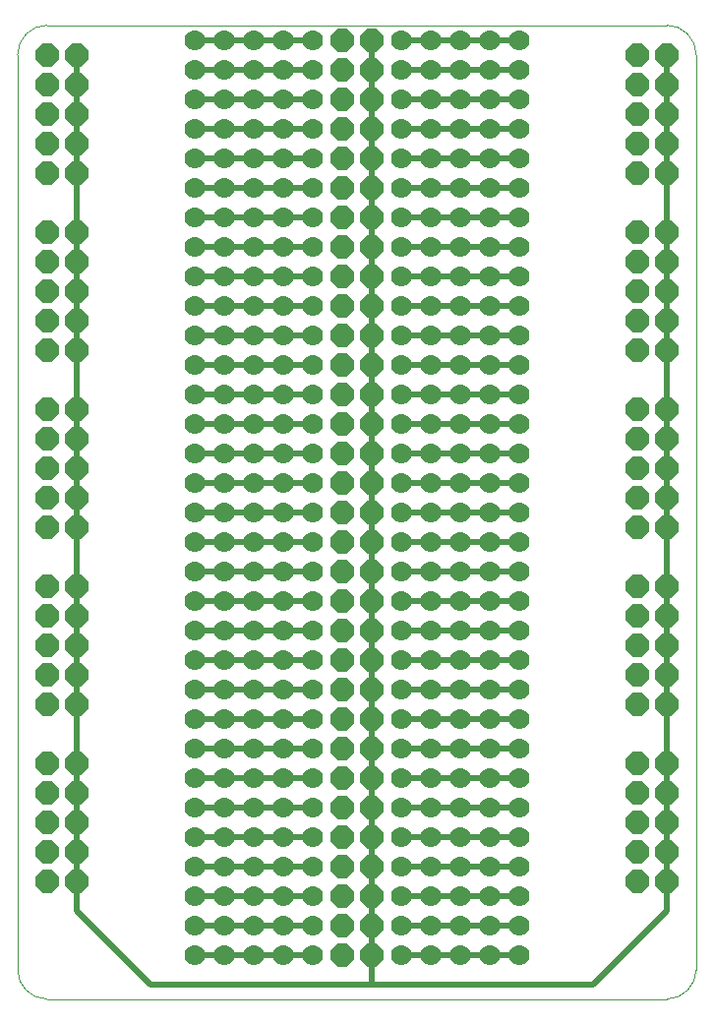
<source format=gbr>
%TF.GenerationSoftware,KiCad,Pcbnew,9.0.2-9.0.2-0~ubuntu24.04.1*%
%TF.CreationDate,2025-06-09T17:33:14+05:30*%
%TF.ProjectId,pronto,70726f6e-746f-42e6-9b69-6361645f7063,rev1*%
%TF.SameCoordinates,Original*%
%TF.FileFunction,Copper,L2,Bot*%
%TF.FilePolarity,Positive*%
%FSLAX46Y46*%
G04 Gerber Fmt 4.6, Leading zero omitted, Abs format (unit mm)*
G04 Created by KiCad (PCBNEW 9.0.2-9.0.2-0~ubuntu24.04.1) date 2025-06-09 17:33:14*
%MOMM*%
%LPD*%
G01*
G04 APERTURE LIST*
G04 Aperture macros list*
%AMOutline5P*
0 Free polygon, 5 corners , with rotation*
0 The origin of the aperture is its center*
0 number of corners: always 5*
0 $1 to $10 corner X, Y*
0 $11 Rotation angle, in degrees counterclockwise*
0 create outline with 5 corners*
4,1,5,$1,$2,$3,$4,$5,$6,$7,$8,$9,$10,$1,$2,$11*%
%AMOutline6P*
0 Free polygon, 6 corners , with rotation*
0 The origin of the aperture is its center*
0 number of corners: always 6*
0 $1 to $12 corner X, Y*
0 $13 Rotation angle, in degrees counterclockwise*
0 create outline with 6 corners*
4,1,6,$1,$2,$3,$4,$5,$6,$7,$8,$9,$10,$11,$12,$1,$2,$13*%
%AMOutline7P*
0 Free polygon, 7 corners , with rotation*
0 The origin of the aperture is its center*
0 number of corners: always 7*
0 $1 to $14 corner X, Y*
0 $15 Rotation angle, in degrees counterclockwise*
0 create outline with 7 corners*
4,1,7,$1,$2,$3,$4,$5,$6,$7,$8,$9,$10,$11,$12,$13,$14,$1,$2,$15*%
%AMOutline8P*
0 Free polygon, 8 corners , with rotation*
0 The origin of the aperture is its center*
0 number of corners: always 8*
0 $1 to $16 corner X, Y*
0 $17 Rotation angle, in degrees counterclockwise*
0 create outline with 8 corners*
4,1,8,$1,$2,$3,$4,$5,$6,$7,$8,$9,$10,$11,$12,$13,$14,$15,$16,$1,$2,$17*%
G04 Aperture macros list end*
%TA.AperFunction,ComponentPad*%
%ADD10C,1.778000*%
%TD*%
%TA.AperFunction,ComponentPad*%
%ADD11Outline8P,-1.016000X0.406400X-0.406400X1.016000X0.406400X1.016000X1.016000X0.406400X1.016000X-0.406400X0.406400X-1.016000X-0.406400X-1.016000X-1.016000X-0.406400X0.000000*%
%TD*%
%TA.AperFunction,ComponentPad*%
%ADD12Outline8P,-1.016000X0.406400X-0.406400X1.016000X0.406400X1.016000X1.016000X0.406400X1.016000X-0.406400X0.406400X-1.016000X-0.406400X-1.016000X-1.016000X-0.406400X180.000000*%
%TD*%
%TA.AperFunction,Conductor*%
%ADD13C,0.508000*%
%TD*%
%TA.AperFunction,Profile*%
%ADD14C,0.100000*%
%TD*%
G04 APERTURE END LIST*
D10*
%TO.P,1pin,1*%
%TO.N,N/C*%
X114300000Y-38100000D03*
%TD*%
%TO.P,1pin,1*%
%TO.N,N/C*%
X132080000Y-38100000D03*
%TD*%
%TO.P,1pin,1*%
%TO.N,N/C*%
X127000000Y-38100000D03*
%TD*%
%TO.P,1pin,1*%
%TO.N,N/C*%
X106680000Y-38100000D03*
%TD*%
%TO.P,1pin,1*%
%TO.N,N/C*%
X121920000Y-38100000D03*
%TD*%
%TO.P,1pin,1*%
%TO.N,N/C*%
X111760000Y-38100000D03*
%TD*%
%TO.P,1pin,1*%
%TO.N,N/C*%
X129540000Y-38100000D03*
%TD*%
%TO.P,1pin,1*%
%TO.N,N/C*%
X124460000Y-38100000D03*
%TD*%
%TO.P,1pin,1*%
%TO.N,N/C*%
X109220000Y-38100000D03*
%TD*%
%TO.P,1pin,1*%
%TO.N,N/C*%
X104140000Y-38100000D03*
%TD*%
%TO.P,1pin,1*%
%TO.N,N/C*%
X106680000Y-40640000D03*
%TD*%
%TO.P,1pin,1*%
%TO.N,N/C*%
X104140000Y-40640000D03*
%TD*%
%TO.P,1pin,1*%
%TO.N,N/C*%
X109220000Y-40640000D03*
%TD*%
%TO.P,1pin,1*%
%TO.N,N/C*%
X111760000Y-40640000D03*
%TD*%
%TO.P,1pin,1*%
%TO.N,N/C*%
X114300000Y-40640000D03*
%TD*%
%TO.P,1pin,1*%
%TO.N,N/C*%
X121920000Y-40640000D03*
%TD*%
%TO.P,1pin,1*%
%TO.N,N/C*%
X124460000Y-40640000D03*
%TD*%
%TO.P,1pin,1*%
%TO.N,N/C*%
X127000000Y-40640000D03*
%TD*%
%TO.P,1pin,1*%
%TO.N,N/C*%
X132080000Y-40640000D03*
%TD*%
%TO.P,1pin,1*%
%TO.N,N/C*%
X129540000Y-40640000D03*
%TD*%
%TO.P,1pin,1*%
%TO.N,N/C*%
X121920000Y-45720000D03*
%TD*%
%TO.P,1pin,1*%
%TO.N,N/C*%
X124460000Y-45720000D03*
%TD*%
%TO.P,1pin,1*%
%TO.N,N/C*%
X127000000Y-45720000D03*
%TD*%
%TO.P,1pin,1*%
%TO.N,N/C*%
X132080000Y-45720000D03*
%TD*%
%TO.P,1pin,1*%
%TO.N,N/C*%
X129540000Y-45720000D03*
%TD*%
%TO.P,1pin,1*%
%TO.N,N/C*%
X129540000Y-43180000D03*
%TD*%
%TO.P,1pin,1*%
%TO.N,N/C*%
X132080000Y-43180000D03*
%TD*%
%TO.P,1pin,1*%
%TO.N,N/C*%
X127000000Y-43180000D03*
%TD*%
%TO.P,1pin,1*%
%TO.N,N/C*%
X124460000Y-43180000D03*
%TD*%
%TO.P,1pin,1*%
%TO.N,N/C*%
X121920000Y-43180000D03*
%TD*%
%TO.P,1pin,1*%
%TO.N,N/C*%
X114300000Y-43180000D03*
%TD*%
%TO.P,1pin,1*%
%TO.N,N/C*%
X111760000Y-43180000D03*
%TD*%
%TO.P,1pin,1*%
%TO.N,N/C*%
X109220000Y-43180000D03*
%TD*%
%TO.P,1pin,1*%
%TO.N,N/C*%
X104140000Y-43180000D03*
%TD*%
%TO.P,1pin,1*%
%TO.N,N/C*%
X106680000Y-43180000D03*
%TD*%
%TO.P,1pin,1*%
%TO.N,N/C*%
X106680000Y-45720000D03*
%TD*%
%TO.P,1pin,1*%
%TO.N,N/C*%
X104140000Y-45720000D03*
%TD*%
%TO.P,1pin,1*%
%TO.N,N/C*%
X109220000Y-45720000D03*
%TD*%
%TO.P,1pin,1*%
%TO.N,N/C*%
X111760000Y-45720000D03*
%TD*%
%TO.P,1pin,1*%
%TO.N,N/C*%
X114300000Y-45720000D03*
%TD*%
%TO.P,1pin,1*%
%TO.N,N/C*%
X114300000Y-50800000D03*
%TD*%
%TO.P,1pin,1*%
%TO.N,N/C*%
X111760000Y-50800000D03*
%TD*%
%TO.P,1pin,1*%
%TO.N,N/C*%
X109220000Y-50800000D03*
%TD*%
%TO.P,1pin,1*%
%TO.N,N/C*%
X104140000Y-50800000D03*
%TD*%
%TO.P,1pin,1*%
%TO.N,N/C*%
X106680000Y-50800000D03*
%TD*%
%TO.P,1pin,1*%
%TO.N,N/C*%
X106680000Y-48260000D03*
%TD*%
%TO.P,1pin,1*%
%TO.N,N/C*%
X104140000Y-48260000D03*
%TD*%
%TO.P,1pin,1*%
%TO.N,N/C*%
X109220000Y-48260000D03*
%TD*%
%TO.P,1pin,1*%
%TO.N,N/C*%
X111760000Y-48260000D03*
%TD*%
%TO.P,1pin,1*%
%TO.N,N/C*%
X114300000Y-48260000D03*
%TD*%
%TO.P,1pin,1*%
%TO.N,N/C*%
X114300000Y-58420000D03*
%TD*%
%TO.P,1pin,1*%
%TO.N,N/C*%
X111760000Y-58420000D03*
%TD*%
%TO.P,1pin,1*%
%TO.N,N/C*%
X109220000Y-58420000D03*
%TD*%
%TO.P,1pin,1*%
%TO.N,N/C*%
X104140000Y-58420000D03*
%TD*%
%TO.P,1pin,1*%
%TO.N,N/C*%
X106680000Y-58420000D03*
%TD*%
%TO.P,1pin,1*%
%TO.N,N/C*%
X106680000Y-60960000D03*
%TD*%
%TO.P,1pin,1*%
%TO.N,N/C*%
X104140000Y-60960000D03*
%TD*%
%TO.P,1pin,1*%
%TO.N,N/C*%
X109220000Y-60960000D03*
%TD*%
%TO.P,1pin,1*%
%TO.N,N/C*%
X111760000Y-60960000D03*
%TD*%
%TO.P,1pin,1*%
%TO.N,N/C*%
X114300000Y-60960000D03*
%TD*%
%TO.P,1pin,1*%
%TO.N,N/C*%
X114300000Y-55880000D03*
%TD*%
%TO.P,1pin,1*%
%TO.N,N/C*%
X111760000Y-55880000D03*
%TD*%
%TO.P,1pin,1*%
%TO.N,N/C*%
X109220000Y-55880000D03*
%TD*%
%TO.P,1pin,1*%
%TO.N,N/C*%
X104140000Y-55880000D03*
%TD*%
%TO.P,1pin,1*%
%TO.N,N/C*%
X106680000Y-55880000D03*
%TD*%
%TO.P,1pin,1*%
%TO.N,N/C*%
X106680000Y-53340000D03*
%TD*%
%TO.P,1pin,1*%
%TO.N,N/C*%
X104140000Y-53340000D03*
%TD*%
%TO.P,1pin,1*%
%TO.N,N/C*%
X109220000Y-53340000D03*
%TD*%
%TO.P,1pin,1*%
%TO.N,N/C*%
X111760000Y-53340000D03*
%TD*%
%TO.P,1pin,1*%
%TO.N,N/C*%
X114300000Y-53340000D03*
%TD*%
%TO.P,1pin,1*%
%TO.N,N/C*%
X114300000Y-73660000D03*
%TD*%
%TO.P,1pin,1*%
%TO.N,N/C*%
X111760000Y-73660000D03*
%TD*%
%TO.P,1pin,1*%
%TO.N,N/C*%
X109220000Y-73660000D03*
%TD*%
%TO.P,1pin,1*%
%TO.N,N/C*%
X104140000Y-73660000D03*
%TD*%
%TO.P,1pin,1*%
%TO.N,N/C*%
X106680000Y-73660000D03*
%TD*%
%TO.P,1pin,1*%
%TO.N,N/C*%
X106680000Y-76200000D03*
%TD*%
%TO.P,1pin,1*%
%TO.N,N/C*%
X104140000Y-76200000D03*
%TD*%
%TO.P,1pin,1*%
%TO.N,N/C*%
X109220000Y-76200000D03*
%TD*%
%TO.P,1pin,1*%
%TO.N,N/C*%
X111760000Y-76200000D03*
%TD*%
%TO.P,1pin,1*%
%TO.N,N/C*%
X114300000Y-76200000D03*
%TD*%
%TO.P,1pin,1*%
%TO.N,N/C*%
X114300000Y-81280000D03*
%TD*%
%TO.P,1pin,1*%
%TO.N,N/C*%
X111760000Y-81280000D03*
%TD*%
%TO.P,1pin,1*%
%TO.N,N/C*%
X109220000Y-81280000D03*
%TD*%
%TO.P,1pin,1*%
%TO.N,N/C*%
X104140000Y-81280000D03*
%TD*%
%TO.P,1pin,1*%
%TO.N,N/C*%
X106680000Y-81280000D03*
%TD*%
%TO.P,1pin,1*%
%TO.N,N/C*%
X106680000Y-78740000D03*
%TD*%
%TO.P,1pin,1*%
%TO.N,N/C*%
X104140000Y-78740000D03*
%TD*%
%TO.P,1pin,1*%
%TO.N,N/C*%
X109220000Y-78740000D03*
%TD*%
%TO.P,1pin,1*%
%TO.N,N/C*%
X111760000Y-78740000D03*
%TD*%
%TO.P,1pin,1*%
%TO.N,N/C*%
X114300000Y-78740000D03*
%TD*%
%TO.P,1pin,1*%
%TO.N,N/C*%
X114300000Y-68580000D03*
%TD*%
%TO.P,1pin,1*%
%TO.N,N/C*%
X111760000Y-68580000D03*
%TD*%
%TO.P,1pin,1*%
%TO.N,N/C*%
X109220000Y-68580000D03*
%TD*%
%TO.P,1pin,1*%
%TO.N,N/C*%
X104140000Y-68580000D03*
%TD*%
%TO.P,1pin,1*%
%TO.N,N/C*%
X106680000Y-68580000D03*
%TD*%
%TO.P,1pin,1*%
%TO.N,N/C*%
X106680000Y-71120000D03*
%TD*%
%TO.P,1pin,1*%
%TO.N,N/C*%
X104140000Y-71120000D03*
%TD*%
%TO.P,1pin,1*%
%TO.N,N/C*%
X109220000Y-71120000D03*
%TD*%
%TO.P,1pin,1*%
%TO.N,N/C*%
X111760000Y-71120000D03*
%TD*%
%TO.P,1pin,1*%
%TO.N,N/C*%
X114300000Y-71120000D03*
%TD*%
%TO.P,1pin,1*%
%TO.N,N/C*%
X114300000Y-66040000D03*
%TD*%
%TO.P,1pin,1*%
%TO.N,N/C*%
X111760000Y-66040000D03*
%TD*%
%TO.P,1pin,1*%
%TO.N,N/C*%
X109220000Y-66040000D03*
%TD*%
%TO.P,1pin,1*%
%TO.N,N/C*%
X104140000Y-66040000D03*
%TD*%
%TO.P,1pin,1*%
%TO.N,N/C*%
X106680000Y-66040000D03*
%TD*%
%TO.P,1pin,1*%
%TO.N,N/C*%
X106680000Y-63500000D03*
%TD*%
%TO.P,1pin,1*%
%TO.N,N/C*%
X104140000Y-63500000D03*
%TD*%
%TO.P,1pin,1*%
%TO.N,N/C*%
X109220000Y-63500000D03*
%TD*%
%TO.P,1pin,1*%
%TO.N,N/C*%
X111760000Y-63500000D03*
%TD*%
%TO.P,1pin,1*%
%TO.N,N/C*%
X114300000Y-63500000D03*
%TD*%
%TO.P,1pin,1*%
%TO.N,N/C*%
X114300000Y-104140000D03*
%TD*%
%TO.P,1pin,1*%
%TO.N,N/C*%
X111760000Y-104140000D03*
%TD*%
%TO.P,1pin,1*%
%TO.N,N/C*%
X109220000Y-104140000D03*
%TD*%
%TO.P,1pin,1*%
%TO.N,N/C*%
X104140000Y-104140000D03*
%TD*%
%TO.P,1pin,1*%
%TO.N,N/C*%
X106680000Y-104140000D03*
%TD*%
%TO.P,1pin,1*%
%TO.N,N/C*%
X106680000Y-106680000D03*
%TD*%
%TO.P,1pin,1*%
%TO.N,N/C*%
X104140000Y-106680000D03*
%TD*%
%TO.P,1pin,1*%
%TO.N,N/C*%
X109220000Y-106680000D03*
%TD*%
%TO.P,1pin,1*%
%TO.N,N/C*%
X111760000Y-106680000D03*
%TD*%
%TO.P,1pin,1*%
%TO.N,N/C*%
X114300000Y-106680000D03*
%TD*%
%TO.P,1pin,1*%
%TO.N,N/C*%
X114300000Y-111760000D03*
%TD*%
%TO.P,1pin,1*%
%TO.N,N/C*%
X111760000Y-111760000D03*
%TD*%
%TO.P,1pin,1*%
%TO.N,N/C*%
X109220000Y-111760000D03*
%TD*%
%TO.P,1pin,1*%
%TO.N,N/C*%
X104140000Y-111760000D03*
%TD*%
%TO.P,1pin,1*%
%TO.N,N/C*%
X106680000Y-111760000D03*
%TD*%
%TO.P,1pin,1*%
%TO.N,N/C*%
X106680000Y-109220000D03*
%TD*%
%TO.P,1pin,1*%
%TO.N,N/C*%
X104140000Y-109220000D03*
%TD*%
%TO.P,1pin,1*%
%TO.N,N/C*%
X109220000Y-109220000D03*
%TD*%
%TO.P,1pin,1*%
%TO.N,N/C*%
X111760000Y-109220000D03*
%TD*%
%TO.P,1pin,1*%
%TO.N,N/C*%
X114300000Y-109220000D03*
%TD*%
%TO.P,1pin,1*%
%TO.N,N/C*%
X114300000Y-116840000D03*
%TD*%
%TO.P,1pin,1*%
%TO.N,N/C*%
X111760000Y-116840000D03*
%TD*%
%TO.P,1pin,1*%
%TO.N,N/C*%
X109220000Y-116840000D03*
%TD*%
%TO.P,1pin,1*%
%TO.N,N/C*%
X104140000Y-116840000D03*
%TD*%
%TO.P,1pin,1*%
%TO.N,N/C*%
X106680000Y-116840000D03*
%TD*%
%TO.P,1pin,1*%
%TO.N,N/C*%
X106680000Y-114300000D03*
%TD*%
%TO.P,1pin,1*%
%TO.N,N/C*%
X104140000Y-114300000D03*
%TD*%
%TO.P,1pin,1*%
%TO.N,N/C*%
X109220000Y-114300000D03*
%TD*%
%TO.P,1pin,1*%
%TO.N,N/C*%
X111760000Y-114300000D03*
%TD*%
%TO.P,1pin,1*%
%TO.N,N/C*%
X114300000Y-114300000D03*
%TD*%
%TO.P,1pin,1*%
%TO.N,N/C*%
X114300000Y-93980000D03*
%TD*%
%TO.P,1pin,1*%
%TO.N,N/C*%
X111760000Y-93980000D03*
%TD*%
%TO.P,1pin,1*%
%TO.N,N/C*%
X109220000Y-93980000D03*
%TD*%
%TO.P,1pin,1*%
%TO.N,N/C*%
X104140000Y-93980000D03*
%TD*%
%TO.P,1pin,1*%
%TO.N,N/C*%
X106680000Y-93980000D03*
%TD*%
%TO.P,1pin,1*%
%TO.N,N/C*%
X106680000Y-96520000D03*
%TD*%
%TO.P,1pin,1*%
%TO.N,N/C*%
X104140000Y-96520000D03*
%TD*%
%TO.P,1pin,1*%
%TO.N,N/C*%
X109220000Y-96520000D03*
%TD*%
%TO.P,1pin,1*%
%TO.N,N/C*%
X111760000Y-96520000D03*
%TD*%
%TO.P,1pin,1*%
%TO.N,N/C*%
X114300000Y-96520000D03*
%TD*%
%TO.P,1pin,1*%
%TO.N,N/C*%
X114300000Y-101600000D03*
%TD*%
%TO.P,1pin,1*%
%TO.N,N/C*%
X111760000Y-101600000D03*
%TD*%
%TO.P,1pin,1*%
%TO.N,N/C*%
X109220000Y-101600000D03*
%TD*%
%TO.P,1pin,1*%
%TO.N,N/C*%
X104140000Y-101600000D03*
%TD*%
%TO.P,1pin,1*%
%TO.N,N/C*%
X106680000Y-101600000D03*
%TD*%
%TO.P,1pin,1*%
%TO.N,N/C*%
X106680000Y-99060000D03*
%TD*%
%TO.P,1pin,1*%
%TO.N,N/C*%
X104140000Y-99060000D03*
%TD*%
%TO.P,1pin,1*%
%TO.N,N/C*%
X109220000Y-99060000D03*
%TD*%
%TO.P,1pin,1*%
%TO.N,N/C*%
X111760000Y-99060000D03*
%TD*%
%TO.P,1pin,1*%
%TO.N,N/C*%
X114300000Y-99060000D03*
%TD*%
%TO.P,1pin,1*%
%TO.N,N/C*%
X114300000Y-88900000D03*
%TD*%
%TO.P,1pin,1*%
%TO.N,N/C*%
X111760000Y-88900000D03*
%TD*%
%TO.P,1pin,1*%
%TO.N,N/C*%
X109220000Y-88900000D03*
%TD*%
%TO.P,1pin,1*%
%TO.N,N/C*%
X104140000Y-88900000D03*
%TD*%
%TO.P,1pin,1*%
%TO.N,N/C*%
X106680000Y-88900000D03*
%TD*%
%TO.P,1pin,1*%
%TO.N,N/C*%
X106680000Y-91440000D03*
%TD*%
%TO.P,1pin,1*%
%TO.N,N/C*%
X104140000Y-91440000D03*
%TD*%
%TO.P,1pin,1*%
%TO.N,N/C*%
X109220000Y-91440000D03*
%TD*%
%TO.P,1pin,1*%
%TO.N,N/C*%
X111760000Y-91440000D03*
%TD*%
%TO.P,1pin,1*%
%TO.N,N/C*%
X114300000Y-91440000D03*
%TD*%
%TO.P,1pin,1*%
%TO.N,N/C*%
X114300000Y-86360000D03*
%TD*%
%TO.P,1pin,1*%
%TO.N,N/C*%
X111760000Y-86360000D03*
%TD*%
%TO.P,1pin,1*%
%TO.N,N/C*%
X109220000Y-86360000D03*
%TD*%
%TO.P,1pin,1*%
%TO.N,N/C*%
X104140000Y-86360000D03*
%TD*%
%TO.P,1pin,1*%
%TO.N,N/C*%
X106680000Y-86360000D03*
%TD*%
%TO.P,1pin,1*%
%TO.N,N/C*%
X106680000Y-83820000D03*
%TD*%
%TO.P,1pin,1*%
%TO.N,N/C*%
X104140000Y-83820000D03*
%TD*%
%TO.P,1pin,1*%
%TO.N,N/C*%
X109220000Y-83820000D03*
%TD*%
%TO.P,1pin,1*%
%TO.N,N/C*%
X111760000Y-83820000D03*
%TD*%
%TO.P,1pin,1*%
%TO.N,N/C*%
X114300000Y-83820000D03*
%TD*%
%TO.P,1pin,1*%
%TO.N,N/C*%
X121920000Y-48260000D03*
%TD*%
%TO.P,1pin,1*%
%TO.N,N/C*%
X124460000Y-48260000D03*
%TD*%
%TO.P,1pin,1*%
%TO.N,N/C*%
X127000000Y-48260000D03*
%TD*%
%TO.P,1pin,1*%
%TO.N,N/C*%
X132080000Y-48260000D03*
%TD*%
%TO.P,1pin,1*%
%TO.N,N/C*%
X129540000Y-48260000D03*
%TD*%
%TO.P,1pin,1*%
%TO.N,N/C*%
X129540000Y-50800000D03*
%TD*%
%TO.P,1pin,1*%
%TO.N,N/C*%
X132080000Y-50800000D03*
%TD*%
%TO.P,1pin,1*%
%TO.N,N/C*%
X127000000Y-50800000D03*
%TD*%
%TO.P,1pin,1*%
%TO.N,N/C*%
X124460000Y-50800000D03*
%TD*%
%TO.P,1pin,1*%
%TO.N,N/C*%
X121920000Y-50800000D03*
%TD*%
%TO.P,1pin,1*%
%TO.N,N/C*%
X121920000Y-60960000D03*
%TD*%
%TO.P,1pin,1*%
%TO.N,N/C*%
X124460000Y-60960000D03*
%TD*%
%TO.P,1pin,1*%
%TO.N,N/C*%
X127000000Y-60960000D03*
%TD*%
%TO.P,1pin,1*%
%TO.N,N/C*%
X132080000Y-60960000D03*
%TD*%
%TO.P,1pin,1*%
%TO.N,N/C*%
X129540000Y-60960000D03*
%TD*%
%TO.P,1pin,1*%
%TO.N,N/C*%
X129540000Y-58420000D03*
%TD*%
%TO.P,1pin,1*%
%TO.N,N/C*%
X132080000Y-58420000D03*
%TD*%
%TO.P,1pin,1*%
%TO.N,N/C*%
X127000000Y-58420000D03*
%TD*%
%TO.P,1pin,1*%
%TO.N,N/C*%
X124460000Y-58420000D03*
%TD*%
%TO.P,1pin,1*%
%TO.N,N/C*%
X121920000Y-58420000D03*
%TD*%
%TO.P,1pin,1*%
%TO.N,N/C*%
X121920000Y-53340000D03*
%TD*%
%TO.P,1pin,1*%
%TO.N,N/C*%
X124460000Y-53340000D03*
%TD*%
%TO.P,1pin,1*%
%TO.N,N/C*%
X127000000Y-53340000D03*
%TD*%
%TO.P,1pin,1*%
%TO.N,N/C*%
X132080000Y-53340000D03*
%TD*%
%TO.P,1pin,1*%
%TO.N,N/C*%
X129540000Y-53340000D03*
%TD*%
%TO.P,1pin,1*%
%TO.N,N/C*%
X129540000Y-55880000D03*
%TD*%
%TO.P,1pin,1*%
%TO.N,N/C*%
X132080000Y-55880000D03*
%TD*%
%TO.P,1pin,1*%
%TO.N,N/C*%
X127000000Y-55880000D03*
%TD*%
%TO.P,1pin,1*%
%TO.N,N/C*%
X124460000Y-55880000D03*
%TD*%
%TO.P,1pin,1*%
%TO.N,N/C*%
X121920000Y-55880000D03*
%TD*%
%TO.P,1pin,1*%
%TO.N,N/C*%
X121920000Y-76200000D03*
%TD*%
%TO.P,1pin,1*%
%TO.N,N/C*%
X124460000Y-76200000D03*
%TD*%
%TO.P,1pin,1*%
%TO.N,N/C*%
X127000000Y-76200000D03*
%TD*%
%TO.P,1pin,1*%
%TO.N,N/C*%
X132080000Y-76200000D03*
%TD*%
%TO.P,1pin,1*%
%TO.N,N/C*%
X129540000Y-76200000D03*
%TD*%
%TO.P,1pin,1*%
%TO.N,N/C*%
X129540000Y-73660000D03*
%TD*%
%TO.P,1pin,1*%
%TO.N,N/C*%
X132080000Y-73660000D03*
%TD*%
%TO.P,1pin,1*%
%TO.N,N/C*%
X127000000Y-73660000D03*
%TD*%
%TO.P,1pin,1*%
%TO.N,N/C*%
X124460000Y-73660000D03*
%TD*%
%TO.P,1pin,1*%
%TO.N,N/C*%
X121920000Y-73660000D03*
%TD*%
%TO.P,1pin,1*%
%TO.N,N/C*%
X121920000Y-78740000D03*
%TD*%
%TO.P,1pin,1*%
%TO.N,N/C*%
X124460000Y-78740000D03*
%TD*%
%TO.P,1pin,1*%
%TO.N,N/C*%
X127000000Y-78740000D03*
%TD*%
%TO.P,1pin,1*%
%TO.N,N/C*%
X132080000Y-78740000D03*
%TD*%
%TO.P,1pin,1*%
%TO.N,N/C*%
X129540000Y-78740000D03*
%TD*%
%TO.P,1pin,1*%
%TO.N,N/C*%
X129540000Y-81280000D03*
%TD*%
%TO.P,1pin,1*%
%TO.N,N/C*%
X132080000Y-81280000D03*
%TD*%
%TO.P,1pin,1*%
%TO.N,N/C*%
X127000000Y-81280000D03*
%TD*%
%TO.P,1pin,1*%
%TO.N,N/C*%
X124460000Y-81280000D03*
%TD*%
%TO.P,1pin,1*%
%TO.N,N/C*%
X121920000Y-81280000D03*
%TD*%
%TO.P,1pin,1*%
%TO.N,N/C*%
X121920000Y-71120000D03*
%TD*%
%TO.P,1pin,1*%
%TO.N,N/C*%
X124460000Y-71120000D03*
%TD*%
%TO.P,1pin,1*%
%TO.N,N/C*%
X127000000Y-71120000D03*
%TD*%
%TO.P,1pin,1*%
%TO.N,N/C*%
X132080000Y-71120000D03*
%TD*%
%TO.P,1pin,1*%
%TO.N,N/C*%
X129540000Y-71120000D03*
%TD*%
%TO.P,1pin,1*%
%TO.N,N/C*%
X129540000Y-68580000D03*
%TD*%
%TO.P,1pin,1*%
%TO.N,N/C*%
X132080000Y-68580000D03*
%TD*%
%TO.P,1pin,1*%
%TO.N,N/C*%
X127000000Y-68580000D03*
%TD*%
%TO.P,1pin,1*%
%TO.N,N/C*%
X124460000Y-68580000D03*
%TD*%
%TO.P,1pin,1*%
%TO.N,N/C*%
X121920000Y-68580000D03*
%TD*%
%TO.P,1pin,1*%
%TO.N,N/C*%
X121920000Y-63500000D03*
%TD*%
%TO.P,1pin,1*%
%TO.N,N/C*%
X124460000Y-63500000D03*
%TD*%
%TO.P,1pin,1*%
%TO.N,N/C*%
X127000000Y-63500000D03*
%TD*%
%TO.P,1pin,1*%
%TO.N,N/C*%
X132080000Y-63500000D03*
%TD*%
%TO.P,1pin,1*%
%TO.N,N/C*%
X129540000Y-63500000D03*
%TD*%
%TO.P,1pin,1*%
%TO.N,N/C*%
X129540000Y-66040000D03*
%TD*%
%TO.P,1pin,1*%
%TO.N,N/C*%
X132080000Y-66040000D03*
%TD*%
%TO.P,1pin,1*%
%TO.N,N/C*%
X127000000Y-66040000D03*
%TD*%
%TO.P,1pin,1*%
%TO.N,N/C*%
X124460000Y-66040000D03*
%TD*%
%TO.P,1pin,1*%
%TO.N,N/C*%
X121920000Y-66040000D03*
%TD*%
%TO.P,1pin,1*%
%TO.N,N/C*%
X121920000Y-83820000D03*
%TD*%
%TO.P,1pin,1*%
%TO.N,N/C*%
X124460000Y-83820000D03*
%TD*%
%TO.P,1pin,1*%
%TO.N,N/C*%
X127000000Y-83820000D03*
%TD*%
%TO.P,1pin,1*%
%TO.N,N/C*%
X132080000Y-83820000D03*
%TD*%
%TO.P,1pin,1*%
%TO.N,N/C*%
X129540000Y-83820000D03*
%TD*%
%TO.P,1pin,1*%
%TO.N,N/C*%
X129540000Y-86360000D03*
%TD*%
%TO.P,1pin,1*%
%TO.N,N/C*%
X132080000Y-86360000D03*
%TD*%
%TO.P,1pin,1*%
%TO.N,N/C*%
X127000000Y-86360000D03*
%TD*%
%TO.P,1pin,1*%
%TO.N,N/C*%
X124460000Y-86360000D03*
%TD*%
%TO.P,1pin,1*%
%TO.N,N/C*%
X121920000Y-86360000D03*
%TD*%
%TO.P,1pin,1*%
%TO.N,N/C*%
X121920000Y-96520000D03*
%TD*%
%TO.P,1pin,1*%
%TO.N,N/C*%
X124460000Y-96520000D03*
%TD*%
%TO.P,1pin,1*%
%TO.N,N/C*%
X127000000Y-96520000D03*
%TD*%
%TO.P,1pin,1*%
%TO.N,N/C*%
X132080000Y-96520000D03*
%TD*%
%TO.P,1pin,1*%
%TO.N,N/C*%
X129540000Y-96520000D03*
%TD*%
%TO.P,1pin,1*%
%TO.N,N/C*%
X129540000Y-93980000D03*
%TD*%
%TO.P,1pin,1*%
%TO.N,N/C*%
X132080000Y-93980000D03*
%TD*%
%TO.P,1pin,1*%
%TO.N,N/C*%
X127000000Y-93980000D03*
%TD*%
%TO.P,1pin,1*%
%TO.N,N/C*%
X124460000Y-93980000D03*
%TD*%
%TO.P,1pin,1*%
%TO.N,N/C*%
X121920000Y-93980000D03*
%TD*%
%TO.P,1pin,1*%
%TO.N,N/C*%
X121920000Y-88900000D03*
%TD*%
%TO.P,1pin,1*%
%TO.N,N/C*%
X124460000Y-88900000D03*
%TD*%
%TO.P,1pin,1*%
%TO.N,N/C*%
X127000000Y-88900000D03*
%TD*%
%TO.P,1pin,1*%
%TO.N,N/C*%
X132080000Y-88900000D03*
%TD*%
%TO.P,1pin,1*%
%TO.N,N/C*%
X129540000Y-88900000D03*
%TD*%
%TO.P,1pin,1*%
%TO.N,N/C*%
X129540000Y-91440000D03*
%TD*%
%TO.P,1pin,1*%
%TO.N,N/C*%
X132080000Y-91440000D03*
%TD*%
%TO.P,1pin,1*%
%TO.N,N/C*%
X127000000Y-91440000D03*
%TD*%
%TO.P,1pin,1*%
%TO.N,N/C*%
X124460000Y-91440000D03*
%TD*%
%TO.P,1pin,1*%
%TO.N,N/C*%
X121920000Y-91440000D03*
%TD*%
%TO.P,1pin,1*%
%TO.N,N/C*%
X121920000Y-104140000D03*
%TD*%
%TO.P,1pin,1*%
%TO.N,N/C*%
X124460000Y-104140000D03*
%TD*%
%TO.P,1pin,1*%
%TO.N,N/C*%
X127000000Y-104140000D03*
%TD*%
%TO.P,1pin,1*%
%TO.N,N/C*%
X132080000Y-104140000D03*
%TD*%
%TO.P,1pin,1*%
%TO.N,N/C*%
X129540000Y-104140000D03*
%TD*%
%TO.P,1pin,1*%
%TO.N,N/C*%
X129540000Y-101600000D03*
%TD*%
%TO.P,1pin,1*%
%TO.N,N/C*%
X132080000Y-101600000D03*
%TD*%
%TO.P,1pin,1*%
%TO.N,N/C*%
X127000000Y-101600000D03*
%TD*%
%TO.P,1pin,1*%
%TO.N,N/C*%
X124460000Y-101600000D03*
%TD*%
%TO.P,1pin,1*%
%TO.N,N/C*%
X121920000Y-101600000D03*
%TD*%
%TO.P,1pin,1*%
%TO.N,N/C*%
X121920000Y-106680000D03*
%TD*%
%TO.P,1pin,1*%
%TO.N,N/C*%
X124460000Y-106680000D03*
%TD*%
%TO.P,1pin,1*%
%TO.N,N/C*%
X127000000Y-106680000D03*
%TD*%
%TO.P,1pin,1*%
%TO.N,N/C*%
X132080000Y-106680000D03*
%TD*%
%TO.P,1pin,1*%
%TO.N,N/C*%
X129540000Y-106680000D03*
%TD*%
%TO.P,1pin,1*%
%TO.N,N/C*%
X129540000Y-109220000D03*
%TD*%
%TO.P,1pin,1*%
%TO.N,N/C*%
X132080000Y-109220000D03*
%TD*%
%TO.P,1pin,1*%
%TO.N,N/C*%
X127000000Y-109220000D03*
%TD*%
%TO.P,1pin,1*%
%TO.N,N/C*%
X124460000Y-109220000D03*
%TD*%
%TO.P,1pin,1*%
%TO.N,N/C*%
X121920000Y-109220000D03*
%TD*%
%TO.P,1pin,1*%
%TO.N,N/C*%
X121920000Y-99060000D03*
%TD*%
%TO.P,1pin,1*%
%TO.N,N/C*%
X124460000Y-99060000D03*
%TD*%
%TO.P,1pin,1*%
%TO.N,N/C*%
X127000000Y-99060000D03*
%TD*%
%TO.P,1pin,1*%
%TO.N,N/C*%
X132080000Y-99060000D03*
%TD*%
%TO.P,1pin,1*%
%TO.N,N/C*%
X129540000Y-99060000D03*
%TD*%
%TO.P,1pin,1*%
%TO.N,N/C*%
X121920000Y-116840000D03*
%TD*%
%TO.P,1pin,1*%
%TO.N,N/C*%
X124460000Y-116840000D03*
%TD*%
%TO.P,1pin,1*%
%TO.N,N/C*%
X127000000Y-116840000D03*
%TD*%
%TO.P,1pin,1*%
%TO.N,N/C*%
X132080000Y-116840000D03*
%TD*%
%TO.P,1pin,1*%
%TO.N,N/C*%
X129540000Y-116840000D03*
%TD*%
%TO.P,1pin,1*%
%TO.N,N/C*%
X129540000Y-114300000D03*
%TD*%
%TO.P,1pin,1*%
%TO.N,N/C*%
X132080000Y-114300000D03*
%TD*%
%TO.P,1pin,1*%
%TO.N,N/C*%
X127000000Y-114300000D03*
%TD*%
%TO.P,1pin,1*%
%TO.N,N/C*%
X124460000Y-114300000D03*
%TD*%
%TO.P,1pin,1*%
%TO.N,N/C*%
X121920000Y-114300000D03*
%TD*%
%TO.P,1pin,1*%
%TO.N,N/C*%
X129540000Y-111760000D03*
%TD*%
%TO.P,1pin,1*%
%TO.N,N/C*%
X132080000Y-111760000D03*
%TD*%
%TO.P,1pin,1*%
%TO.N,N/C*%
X127000000Y-111760000D03*
%TD*%
%TO.P,1pin,1*%
%TO.N,N/C*%
X124460000Y-111760000D03*
%TD*%
%TO.P,1pin,1*%
%TO.N,N/C*%
X121920000Y-111760000D03*
%TD*%
D11*
%TO.P,1pin,1*%
%TO.N,N/C*%
X116840000Y-38100000D03*
%TD*%
%TO.P,1pin,1*%
%TO.N,N/C*%
X119380000Y-38100000D03*
%TD*%
%TO.P,1pin,1*%
%TO.N,N/C*%
X116840000Y-40640000D03*
%TD*%
%TO.P,1pin,1*%
%TO.N,N/C*%
X119380000Y-40640000D03*
%TD*%
D12*
%TO.P,1pin,1*%
%TO.N,N/C*%
X116840000Y-114300000D03*
%TD*%
%TO.P,1pin,1*%
%TO.N,N/C*%
X119380000Y-114300000D03*
%TD*%
%TO.P,1pin,1*%
%TO.N,N/C*%
X119380000Y-111760000D03*
%TD*%
%TO.P,1pin,1*%
%TO.N,N/C*%
X116840000Y-111760000D03*
%TD*%
%TO.P,1pin,1*%
%TO.N,N/C*%
X116840000Y-106680000D03*
%TD*%
%TO.P,1pin,1*%
%TO.N,N/C*%
X119380000Y-106680000D03*
%TD*%
%TO.P,1pin,1*%
%TO.N,N/C*%
X119380000Y-109220000D03*
%TD*%
%TO.P,1pin,1*%
%TO.N,N/C*%
X116840000Y-109220000D03*
%TD*%
%TO.P,1pin,1*%
%TO.N,N/C*%
X116840000Y-99060000D03*
%TD*%
%TO.P,1pin,1*%
%TO.N,N/C*%
X119380000Y-99060000D03*
%TD*%
%TO.P,1pin,1*%
%TO.N,N/C*%
X119380000Y-96520000D03*
%TD*%
%TO.P,1pin,1*%
%TO.N,N/C*%
X116840000Y-96520000D03*
%TD*%
%TO.P,1pin,1*%
%TO.N,N/C*%
X119380000Y-104140000D03*
%TD*%
%TO.P,1pin,1*%
%TO.N,N/C*%
X116840000Y-104140000D03*
%TD*%
%TO.P,1pin,1*%
%TO.N,N/C*%
X116840000Y-83820000D03*
%TD*%
%TO.P,1pin,1*%
%TO.N,N/C*%
X119380000Y-83820000D03*
%TD*%
%TO.P,1pin,1*%
%TO.N,N/C*%
X119380000Y-81280000D03*
%TD*%
%TO.P,1pin,1*%
%TO.N,N/C*%
X116840000Y-81280000D03*
%TD*%
%TO.P,1pin,1*%
%TO.N,N/C*%
X116840000Y-76200000D03*
%TD*%
%TO.P,1pin,1*%
%TO.N,N/C*%
X119380000Y-76200000D03*
%TD*%
%TO.P,1pin,1*%
%TO.N,N/C*%
X119380000Y-78740000D03*
%TD*%
%TO.P,1pin,1*%
%TO.N,N/C*%
X116840000Y-78740000D03*
%TD*%
%TO.P,1pin,1*%
%TO.N,N/C*%
X116840000Y-88900000D03*
%TD*%
%TO.P,1pin,1*%
%TO.N,N/C*%
X119380000Y-88900000D03*
%TD*%
%TO.P,1pin,1*%
%TO.N,N/C*%
X116840000Y-91440000D03*
%TD*%
%TO.P,1pin,1*%
%TO.N,N/C*%
X119380000Y-91440000D03*
%TD*%
%TO.P,1pin,1*%
%TO.N,N/C*%
X119380000Y-93980000D03*
%TD*%
%TO.P,1pin,1*%
%TO.N,N/C*%
X116840000Y-93980000D03*
%TD*%
%TO.P,1pin,1*%
%TO.N,N/C*%
X116840000Y-53340000D03*
%TD*%
%TO.P,1pin,1*%
%TO.N,N/C*%
X119380000Y-53340000D03*
%TD*%
%TO.P,1pin,1*%
%TO.N,N/C*%
X119380000Y-50800000D03*
%TD*%
%TO.P,1pin,1*%
%TO.N,N/C*%
X116840000Y-50800000D03*
%TD*%
%TO.P,1pin,1*%
%TO.N,N/C*%
X116840000Y-45720000D03*
%TD*%
%TO.P,1pin,1*%
%TO.N,N/C*%
X119380000Y-45720000D03*
%TD*%
%TO.P,1pin,1*%
%TO.N,N/C*%
X119380000Y-48260000D03*
%TD*%
%TO.P,1pin,1*%
%TO.N,N/C*%
X116840000Y-48260000D03*
%TD*%
D11*
%TO.P,1pin,1*%
%TO.N,N/C*%
X119380000Y-43180000D03*
%TD*%
%TO.P,1pin,1*%
%TO.N,N/C*%
X116840000Y-43180000D03*
%TD*%
D12*
%TO.P,1pin,1*%
%TO.N,N/C*%
X116840000Y-63500000D03*
%TD*%
%TO.P,1pin,1*%
%TO.N,N/C*%
X119380000Y-63500000D03*
%TD*%
%TO.P,1pin,1*%
%TO.N,N/C*%
X119380000Y-60960000D03*
%TD*%
%TO.P,1pin,1*%
%TO.N,N/C*%
X116840000Y-60960000D03*
%TD*%
%TO.P,1pin,1*%
%TO.N,N/C*%
X119380000Y-58420000D03*
%TD*%
%TO.P,1pin,1*%
%TO.N,N/C*%
X116840000Y-58420000D03*
%TD*%
%TO.P,1pin,1*%
%TO.N,N/C*%
X116840000Y-68580000D03*
%TD*%
%TO.P,1pin,1*%
%TO.N,N/C*%
X119380000Y-68580000D03*
%TD*%
%TO.P,1pin,1*%
%TO.N,N/C*%
X119380000Y-66040000D03*
%TD*%
%TO.P,1pin,1*%
%TO.N,N/C*%
X116840000Y-66040000D03*
%TD*%
%TO.P,1pin,1*%
%TO.N,N/C*%
X119380000Y-73660000D03*
%TD*%
%TO.P,1pin,1*%
%TO.N,N/C*%
X116840000Y-73660000D03*
%TD*%
%TO.P,1pin,1*%
%TO.N,N/C*%
X116840000Y-55880000D03*
%TD*%
%TO.P,1pin,1*%
%TO.N,N/C*%
X119380000Y-55880000D03*
%TD*%
%TO.P,1pin,1*%
%TO.N,N/C*%
X116840000Y-71120000D03*
%TD*%
%TO.P,1pin,1*%
%TO.N,N/C*%
X119380000Y-71120000D03*
%TD*%
%TO.P,1pin,1*%
%TO.N,N/C*%
X116840000Y-86360000D03*
%TD*%
%TO.P,1pin,1*%
%TO.N,N/C*%
X119380000Y-86360000D03*
%TD*%
%TO.P,1pin,1*%
%TO.N,N/C*%
X116840000Y-101600000D03*
%TD*%
%TO.P,1pin,1*%
%TO.N,N/C*%
X119380000Y-101600000D03*
%TD*%
%TO.P,1pin,1*%
%TO.N,N/C*%
X116840000Y-116840000D03*
%TD*%
%TO.P,1pin,1*%
%TO.N,N/C*%
X119380000Y-116840000D03*
%TD*%
D11*
%TO.P,1pin,1*%
%TO.N,N/C*%
X144780000Y-39370000D03*
%TD*%
%TO.P,1pin,1*%
%TO.N,N/C*%
X142240000Y-39370000D03*
%TD*%
%TO.P,1pin,1*%
%TO.N,N/C*%
X142240000Y-41910000D03*
%TD*%
%TO.P,1pin,1*%
%TO.N,N/C*%
X144780000Y-41910000D03*
%TD*%
%TO.P,1pin,1*%
%TO.N,N/C*%
X93980000Y-39370000D03*
%TD*%
%TO.P,1pin,1*%
%TO.N,N/C*%
X91440000Y-39370000D03*
%TD*%
%TO.P,1pin,1*%
%TO.N,N/C*%
X93980000Y-41910000D03*
%TD*%
%TO.P,1pin,1*%
%TO.N,N/C*%
X91440000Y-41910000D03*
%TD*%
%TO.P,1pin,1*%
%TO.N,N/C*%
X144780000Y-107950000D03*
%TD*%
%TO.P,1pin,1*%
%TO.N,N/C*%
X142240000Y-107950000D03*
%TD*%
%TO.P,1pin,1*%
%TO.N,N/C*%
X142240000Y-105410000D03*
%TD*%
%TO.P,1pin,1*%
%TO.N,N/C*%
X144780000Y-105410000D03*
%TD*%
%TO.P,1pin,1*%
%TO.N,N/C*%
X144780000Y-100330000D03*
%TD*%
%TO.P,1pin,1*%
%TO.N,N/C*%
X142240000Y-100330000D03*
%TD*%
%TO.P,1pin,1*%
%TO.N,N/C*%
X142240000Y-102870000D03*
%TD*%
%TO.P,1pin,1*%
%TO.N,N/C*%
X144780000Y-102870000D03*
%TD*%
%TO.P,1pin,1*%
%TO.N,N/C*%
X144780000Y-92710000D03*
%TD*%
%TO.P,1pin,1*%
%TO.N,N/C*%
X142240000Y-92710000D03*
%TD*%
%TO.P,1pin,1*%
%TO.N,N/C*%
X142240000Y-90170000D03*
%TD*%
%TO.P,1pin,1*%
%TO.N,N/C*%
X144780000Y-90170000D03*
%TD*%
%TO.P,1pin,1*%
%TO.N,N/C*%
X144780000Y-77470000D03*
%TD*%
%TO.P,1pin,1*%
%TO.N,N/C*%
X142240000Y-77470000D03*
%TD*%
%TO.P,1pin,1*%
%TO.N,N/C*%
X142240000Y-74930000D03*
%TD*%
%TO.P,1pin,1*%
%TO.N,N/C*%
X144780000Y-74930000D03*
%TD*%
%TO.P,1pin,1*%
%TO.N,N/C*%
X144780000Y-69850000D03*
%TD*%
%TO.P,1pin,1*%
%TO.N,N/C*%
X142240000Y-69850000D03*
%TD*%
%TO.P,1pin,1*%
%TO.N,N/C*%
X142240000Y-72390000D03*
%TD*%
%TO.P,1pin,1*%
%TO.N,N/C*%
X144780000Y-72390000D03*
%TD*%
%TO.P,1pin,1*%
%TO.N,N/C*%
X144780000Y-85090000D03*
%TD*%
%TO.P,1pin,1*%
%TO.N,N/C*%
X142240000Y-85090000D03*
%TD*%
%TO.P,1pin,1*%
%TO.N,N/C*%
X142240000Y-87630000D03*
%TD*%
%TO.P,1pin,1*%
%TO.N,N/C*%
X144780000Y-87630000D03*
%TD*%
%TO.P,1pin,1*%
%TO.N,N/C*%
X144780000Y-46990000D03*
%TD*%
%TO.P,1pin,1*%
%TO.N,N/C*%
X142240000Y-46990000D03*
%TD*%
%TO.P,1pin,1*%
%TO.N,N/C*%
X142240000Y-44450000D03*
%TD*%
%TO.P,1pin,1*%
%TO.N,N/C*%
X144780000Y-44450000D03*
%TD*%
%TO.P,1pin,1*%
%TO.N,N/C*%
X144780000Y-57150000D03*
%TD*%
%TO.P,1pin,1*%
%TO.N,N/C*%
X142240000Y-57150000D03*
%TD*%
%TO.P,1pin,1*%
%TO.N,N/C*%
X142240000Y-54610000D03*
%TD*%
%TO.P,1pin,1*%
%TO.N,N/C*%
X144780000Y-54610000D03*
%TD*%
%TO.P,1pin,1*%
%TO.N,N/C*%
X144780000Y-62230000D03*
%TD*%
%TO.P,1pin,1*%
%TO.N,N/C*%
X142240000Y-62230000D03*
%TD*%
%TO.P,1pin,1*%
%TO.N,N/C*%
X142240000Y-59690000D03*
%TD*%
%TO.P,1pin,1*%
%TO.N,N/C*%
X144780000Y-59690000D03*
%TD*%
D12*
%TO.P,1pin,1*%
%TO.N,N/C*%
X91440000Y-59690000D03*
%TD*%
%TO.P,1pin,1*%
%TO.N,N/C*%
X93980000Y-59690000D03*
%TD*%
%TO.P,1pin,1*%
%TO.N,N/C*%
X93980000Y-62230000D03*
%TD*%
%TO.P,1pin,1*%
%TO.N,N/C*%
X91440000Y-62230000D03*
%TD*%
%TO.P,1pin,1*%
%TO.N,N/C*%
X91440000Y-54610000D03*
%TD*%
%TO.P,1pin,1*%
%TO.N,N/C*%
X93980000Y-54610000D03*
%TD*%
%TO.P,1pin,1*%
%TO.N,N/C*%
X93980000Y-57150000D03*
%TD*%
%TO.P,1pin,1*%
%TO.N,N/C*%
X91440000Y-57150000D03*
%TD*%
D11*
%TO.P,1pin,1*%
%TO.N,N/C*%
X91440000Y-44450000D03*
%TD*%
%TO.P,1pin,1*%
%TO.N,N/C*%
X93980000Y-44450000D03*
%TD*%
D12*
%TO.P,1pin,1*%
%TO.N,N/C*%
X93980000Y-46990000D03*
%TD*%
%TO.P,1pin,1*%
%TO.N,N/C*%
X91440000Y-46990000D03*
%TD*%
%TO.P,1pin,1*%
%TO.N,N/C*%
X91440000Y-87630000D03*
%TD*%
%TO.P,1pin,1*%
%TO.N,N/C*%
X93980000Y-87630000D03*
%TD*%
%TO.P,1pin,1*%
%TO.N,N/C*%
X93980000Y-85090000D03*
%TD*%
%TO.P,1pin,1*%
%TO.N,N/C*%
X91440000Y-85090000D03*
%TD*%
%TO.P,1pin,1*%
%TO.N,N/C*%
X91440000Y-72390000D03*
%TD*%
%TO.P,1pin,1*%
%TO.N,N/C*%
X93980000Y-72390000D03*
%TD*%
%TO.P,1pin,1*%
%TO.N,N/C*%
X93980000Y-69850000D03*
%TD*%
%TO.P,1pin,1*%
%TO.N,N/C*%
X91440000Y-69850000D03*
%TD*%
%TO.P,1pin,1*%
%TO.N,N/C*%
X91440000Y-74930000D03*
%TD*%
%TO.P,1pin,1*%
%TO.N,N/C*%
X93980000Y-74930000D03*
%TD*%
%TO.P,1pin,1*%
%TO.N,N/C*%
X93980000Y-77470000D03*
%TD*%
%TO.P,1pin,1*%
%TO.N,N/C*%
X91440000Y-77470000D03*
%TD*%
%TO.P,1pin,1*%
%TO.N,N/C*%
X91440000Y-90170000D03*
%TD*%
%TO.P,1pin,1*%
%TO.N,N/C*%
X93980000Y-90170000D03*
%TD*%
%TO.P,1pin,1*%
%TO.N,N/C*%
X93980000Y-92710000D03*
%TD*%
%TO.P,1pin,1*%
%TO.N,N/C*%
X91440000Y-92710000D03*
%TD*%
%TO.P,1pin,1*%
%TO.N,N/C*%
X91440000Y-49530000D03*
%TD*%
%TO.P,1pin,1*%
%TO.N,N/C*%
X93980000Y-49530000D03*
%TD*%
%TO.P,1pin,1*%
%TO.N,N/C*%
X91440000Y-64770000D03*
%TD*%
%TO.P,1pin,1*%
%TO.N,N/C*%
X93980000Y-64770000D03*
%TD*%
%TO.P,1pin,1*%
%TO.N,N/C*%
X91440000Y-80010000D03*
%TD*%
%TO.P,1pin,1*%
%TO.N,N/C*%
X93980000Y-80010000D03*
%TD*%
%TO.P,1pin,1*%
%TO.N,N/C*%
X91440000Y-95250000D03*
%TD*%
%TO.P,1pin,1*%
%TO.N,N/C*%
X93980000Y-95250000D03*
%TD*%
D11*
%TO.P,1pin,1*%
%TO.N,N/C*%
X142240000Y-49530000D03*
%TD*%
%TO.P,1pin,1*%
%TO.N,N/C*%
X144780000Y-49530000D03*
%TD*%
%TO.P,1pin,1*%
%TO.N,N/C*%
X142240000Y-64770000D03*
%TD*%
%TO.P,1pin,1*%
%TO.N,N/C*%
X144780000Y-64770000D03*
%TD*%
%TO.P,1pin,1*%
%TO.N,N/C*%
X142240000Y-80010000D03*
%TD*%
%TO.P,1pin,1*%
%TO.N,N/C*%
X144780000Y-80010000D03*
%TD*%
%TO.P,1pin,1*%
%TO.N,N/C*%
X142240000Y-95250000D03*
%TD*%
%TO.P,1pin,1*%
%TO.N,N/C*%
X144780000Y-95250000D03*
%TD*%
D12*
%TO.P,1pin,1*%
%TO.N,N/C*%
X142240000Y-110490000D03*
%TD*%
%TO.P,1pin,1*%
%TO.N,N/C*%
X144780000Y-110490000D03*
%TD*%
%TO.P,1pin,1*%
%TO.N,N/C*%
X91440000Y-102870000D03*
%TD*%
%TO.P,1pin,1*%
%TO.N,N/C*%
X93980000Y-102870000D03*
%TD*%
%TO.P,1pin,1*%
%TO.N,N/C*%
X93980000Y-100330000D03*
%TD*%
%TO.P,1pin,1*%
%TO.N,N/C*%
X91440000Y-100330000D03*
%TD*%
%TO.P,1pin,1*%
%TO.N,N/C*%
X91440000Y-105410000D03*
%TD*%
%TO.P,1pin,1*%
%TO.N,N/C*%
X93980000Y-105410000D03*
%TD*%
%TO.P,1pin,1*%
%TO.N,N/C*%
X93980000Y-107950000D03*
%TD*%
%TO.P,1pin,1*%
%TO.N,N/C*%
X91440000Y-107950000D03*
%TD*%
%TO.P,1pin,1*%
%TO.N,N/C*%
X91440000Y-110490000D03*
%TD*%
%TO.P,1pin,1*%
%TO.N,N/C*%
X93980000Y-110490000D03*
%TD*%
D13*
%TO.N,*%
X93980000Y-92710000D02*
X93980000Y-95250000D01*
X93980000Y-77470000D02*
X93980000Y-80010000D01*
X93980000Y-62230000D02*
X93980000Y-64770000D01*
X93980000Y-46990000D02*
X93980000Y-49530000D01*
X93980000Y-54610000D02*
X93980000Y-49530000D01*
X93980000Y-85090000D02*
X93980000Y-80010000D01*
X93980000Y-69850000D02*
X93980000Y-64770000D01*
X93980000Y-100330000D02*
X93980000Y-95250000D01*
X144780000Y-41910000D02*
X144780000Y-39370000D01*
X144780000Y-44450000D02*
X144780000Y-41910000D01*
X93980000Y-41910000D02*
X93980000Y-39370000D01*
X93980000Y-44450000D02*
X93980000Y-41910000D01*
X121920000Y-38100000D02*
X124460000Y-38100000D01*
X124460000Y-38100000D02*
X127000000Y-38100000D01*
X109220000Y-38100000D02*
X106680000Y-38100000D01*
X111760000Y-38100000D02*
X109220000Y-38100000D01*
X119380000Y-38100000D02*
X119380000Y-40640000D01*
X129540000Y-38100000D02*
X132080000Y-38100000D01*
X106680000Y-38100000D02*
X104140000Y-38100000D01*
X114300000Y-38100000D02*
X111760000Y-38100000D01*
X127000000Y-38100000D02*
X129540000Y-38100000D01*
X119380000Y-40640000D02*
X119380000Y-43180000D01*
X114300000Y-40640000D02*
X111760000Y-40640000D01*
X111760000Y-40640000D02*
X109220000Y-40640000D01*
X109220000Y-40640000D02*
X106680000Y-40640000D01*
X106680000Y-40640000D02*
X104140000Y-40640000D01*
X121920000Y-40640000D02*
X124460000Y-40640000D01*
X124460000Y-40640000D02*
X127000000Y-40640000D01*
X127000000Y-40640000D02*
X129540000Y-40640000D01*
X129540000Y-40640000D02*
X132080000Y-40640000D01*
X129540000Y-43180000D02*
X132080000Y-43180000D01*
X127000000Y-43180000D02*
X129540000Y-43180000D01*
X124460000Y-43180000D02*
X127000000Y-43180000D01*
X121920000Y-43180000D02*
X124460000Y-43180000D01*
X129540000Y-45720000D02*
X132080000Y-45720000D01*
X127000000Y-45720000D02*
X129540000Y-45720000D01*
X124460000Y-45720000D02*
X127000000Y-45720000D01*
X121920000Y-45720000D02*
X124460000Y-45720000D01*
X106680000Y-45720000D02*
X104140000Y-45720000D01*
X109220000Y-45720000D02*
X106680000Y-45720000D01*
X111760000Y-45720000D02*
X109220000Y-45720000D01*
X114300000Y-45720000D02*
X111760000Y-45720000D01*
X106680000Y-43180000D02*
X104140000Y-43180000D01*
X109220000Y-43180000D02*
X106680000Y-43180000D01*
X111760000Y-43180000D02*
X109220000Y-43180000D01*
X114300000Y-43180000D02*
X111760000Y-43180000D01*
X114300000Y-48260000D02*
X111760000Y-48260000D01*
X111760000Y-48260000D02*
X109220000Y-48260000D01*
X109220000Y-48260000D02*
X106680000Y-48260000D01*
X106680000Y-48260000D02*
X104140000Y-48260000D01*
X114300000Y-50800000D02*
X111760000Y-50800000D01*
X111760000Y-50800000D02*
X109220000Y-50800000D01*
X109220000Y-50800000D02*
X106680000Y-50800000D01*
X106680000Y-50800000D02*
X104140000Y-50800000D01*
X106680000Y-60960000D02*
X104140000Y-60960000D01*
X109220000Y-60960000D02*
X106680000Y-60960000D01*
X111760000Y-60960000D02*
X109220000Y-60960000D01*
X114300000Y-60960000D02*
X111760000Y-60960000D01*
X106680000Y-58420000D02*
X104140000Y-58420000D01*
X109220000Y-58420000D02*
X106680000Y-58420000D01*
X111760000Y-58420000D02*
X109220000Y-58420000D01*
X114300000Y-58420000D02*
X111760000Y-58420000D01*
X114300000Y-53340000D02*
X111760000Y-53340000D01*
X111760000Y-53340000D02*
X109220000Y-53340000D01*
X109220000Y-53340000D02*
X106680000Y-53340000D01*
X106680000Y-53340000D02*
X104140000Y-53340000D01*
X114300000Y-55880000D02*
X111760000Y-55880000D01*
X111760000Y-55880000D02*
X109220000Y-55880000D01*
X109220000Y-55880000D02*
X106680000Y-55880000D01*
X106680000Y-55880000D02*
X104140000Y-55880000D01*
X106680000Y-76200000D02*
X104140000Y-76200000D01*
X109220000Y-76200000D02*
X106680000Y-76200000D01*
X111760000Y-76200000D02*
X109220000Y-76200000D01*
X114300000Y-76200000D02*
X111760000Y-76200000D01*
X106680000Y-73660000D02*
X104140000Y-73660000D01*
X109220000Y-73660000D02*
X106680000Y-73660000D01*
X111760000Y-73660000D02*
X109220000Y-73660000D01*
X114300000Y-73660000D02*
X111760000Y-73660000D01*
X114300000Y-78740000D02*
X111760000Y-78740000D01*
X111760000Y-78740000D02*
X109220000Y-78740000D01*
X109220000Y-78740000D02*
X106680000Y-78740000D01*
X106680000Y-78740000D02*
X104140000Y-78740000D01*
X114300000Y-81280000D02*
X111760000Y-81280000D01*
X111760000Y-81280000D02*
X109220000Y-81280000D01*
X109220000Y-81280000D02*
X106680000Y-81280000D01*
X106680000Y-81280000D02*
X104140000Y-81280000D01*
X106680000Y-71120000D02*
X104140000Y-71120000D01*
X109220000Y-71120000D02*
X106680000Y-71120000D01*
X111760000Y-71120000D02*
X109220000Y-71120000D01*
X114300000Y-71120000D02*
X111760000Y-71120000D01*
X106680000Y-68580000D02*
X104140000Y-68580000D01*
X109220000Y-68580000D02*
X106680000Y-68580000D01*
X111760000Y-68580000D02*
X109220000Y-68580000D01*
X114300000Y-68580000D02*
X111760000Y-68580000D01*
X114300000Y-63500000D02*
X111760000Y-63500000D01*
X111760000Y-63500000D02*
X109220000Y-63500000D01*
X109220000Y-63500000D02*
X106680000Y-63500000D01*
X106680000Y-63500000D02*
X104140000Y-63500000D01*
X114300000Y-66040000D02*
X111760000Y-66040000D01*
X111760000Y-66040000D02*
X109220000Y-66040000D01*
X109220000Y-66040000D02*
X106680000Y-66040000D01*
X106680000Y-66040000D02*
X104140000Y-66040000D01*
X106680000Y-106680000D02*
X104140000Y-106680000D01*
X109220000Y-106680000D02*
X106680000Y-106680000D01*
X111760000Y-106680000D02*
X109220000Y-106680000D01*
X114300000Y-106680000D02*
X111760000Y-106680000D01*
X106680000Y-104140000D02*
X104140000Y-104140000D01*
X109220000Y-104140000D02*
X106680000Y-104140000D01*
X111760000Y-104140000D02*
X109220000Y-104140000D01*
X114300000Y-104140000D02*
X111760000Y-104140000D01*
X114300000Y-109220000D02*
X111760000Y-109220000D01*
X111760000Y-109220000D02*
X109220000Y-109220000D01*
X109220000Y-109220000D02*
X106680000Y-109220000D01*
X106680000Y-109220000D02*
X104140000Y-109220000D01*
X114300000Y-111760000D02*
X111760000Y-111760000D01*
X111760000Y-111760000D02*
X109220000Y-111760000D01*
X109220000Y-111760000D02*
X106680000Y-111760000D01*
X106680000Y-111760000D02*
X104140000Y-111760000D01*
X114300000Y-114300000D02*
X111760000Y-114300000D01*
X111760000Y-114300000D02*
X109220000Y-114300000D01*
X109220000Y-114300000D02*
X106680000Y-114300000D01*
X106680000Y-114300000D02*
X104140000Y-114300000D01*
X114300000Y-116840000D02*
X111760000Y-116840000D01*
X111760000Y-116840000D02*
X109220000Y-116840000D01*
X109220000Y-116840000D02*
X106680000Y-116840000D01*
X106680000Y-116840000D02*
X104140000Y-116840000D01*
X106680000Y-96520000D02*
X104140000Y-96520000D01*
X109220000Y-96520000D02*
X106680000Y-96520000D01*
X111760000Y-96520000D02*
X109220000Y-96520000D01*
X114300000Y-96520000D02*
X111760000Y-96520000D01*
X106680000Y-93980000D02*
X104140000Y-93980000D01*
X109220000Y-93980000D02*
X106680000Y-93980000D01*
X111760000Y-93980000D02*
X109220000Y-93980000D01*
X114300000Y-93980000D02*
X111760000Y-93980000D01*
X114300000Y-99060000D02*
X111760000Y-99060000D01*
X111760000Y-99060000D02*
X109220000Y-99060000D01*
X109220000Y-99060000D02*
X106680000Y-99060000D01*
X106680000Y-99060000D02*
X104140000Y-99060000D01*
X114300000Y-101600000D02*
X111760000Y-101600000D01*
X111760000Y-101600000D02*
X109220000Y-101600000D01*
X109220000Y-101600000D02*
X106680000Y-101600000D01*
X106680000Y-101600000D02*
X104140000Y-101600000D01*
X106680000Y-91440000D02*
X104140000Y-91440000D01*
X109220000Y-91440000D02*
X106680000Y-91440000D01*
X111760000Y-91440000D02*
X109220000Y-91440000D01*
X114300000Y-91440000D02*
X111760000Y-91440000D01*
X106680000Y-88900000D02*
X104140000Y-88900000D01*
X109220000Y-88900000D02*
X106680000Y-88900000D01*
X111760000Y-88900000D02*
X109220000Y-88900000D01*
X114300000Y-88900000D02*
X111760000Y-88900000D01*
X114300000Y-83820000D02*
X111760000Y-83820000D01*
X111760000Y-83820000D02*
X109220000Y-83820000D01*
X109220000Y-83820000D02*
X106680000Y-83820000D01*
X106680000Y-83820000D02*
X104140000Y-83820000D01*
X114300000Y-86360000D02*
X111760000Y-86360000D01*
X111760000Y-86360000D02*
X109220000Y-86360000D01*
X109220000Y-86360000D02*
X106680000Y-86360000D01*
X106680000Y-86360000D02*
X104140000Y-86360000D01*
X121920000Y-50800000D02*
X124460000Y-50800000D01*
X124460000Y-50800000D02*
X127000000Y-50800000D01*
X127000000Y-50800000D02*
X129540000Y-50800000D01*
X129540000Y-50800000D02*
X132080000Y-50800000D01*
X121920000Y-48260000D02*
X124460000Y-48260000D01*
X124460000Y-48260000D02*
X127000000Y-48260000D01*
X127000000Y-48260000D02*
X129540000Y-48260000D01*
X129540000Y-48260000D02*
X132080000Y-48260000D01*
X129540000Y-58420000D02*
X132080000Y-58420000D01*
X127000000Y-58420000D02*
X129540000Y-58420000D01*
X124460000Y-58420000D02*
X127000000Y-58420000D01*
X121920000Y-58420000D02*
X124460000Y-58420000D01*
X129540000Y-60960000D02*
X132080000Y-60960000D01*
X127000000Y-60960000D02*
X129540000Y-60960000D01*
X124460000Y-60960000D02*
X127000000Y-60960000D01*
X121920000Y-60960000D02*
X124460000Y-60960000D01*
X121920000Y-55880000D02*
X124460000Y-55880000D01*
X124460000Y-55880000D02*
X127000000Y-55880000D01*
X127000000Y-55880000D02*
X129540000Y-55880000D01*
X129540000Y-55880000D02*
X132080000Y-55880000D01*
X121920000Y-53340000D02*
X124460000Y-53340000D01*
X124460000Y-53340000D02*
X127000000Y-53340000D01*
X127000000Y-53340000D02*
X129540000Y-53340000D01*
X129540000Y-53340000D02*
X132080000Y-53340000D01*
X129540000Y-73660000D02*
X132080000Y-73660000D01*
X127000000Y-73660000D02*
X129540000Y-73660000D01*
X124460000Y-73660000D02*
X127000000Y-73660000D01*
X121920000Y-73660000D02*
X124460000Y-73660000D01*
X129540000Y-76200000D02*
X132080000Y-76200000D01*
X127000000Y-76200000D02*
X129540000Y-76200000D01*
X124460000Y-76200000D02*
X127000000Y-76200000D01*
X121920000Y-76200000D02*
X124460000Y-76200000D01*
X121920000Y-81280000D02*
X124460000Y-81280000D01*
X124460000Y-81280000D02*
X127000000Y-81280000D01*
X127000000Y-81280000D02*
X129540000Y-81280000D01*
X129540000Y-81280000D02*
X132080000Y-81280000D01*
X121920000Y-78740000D02*
X124460000Y-78740000D01*
X124460000Y-78740000D02*
X127000000Y-78740000D01*
X127000000Y-78740000D02*
X129540000Y-78740000D01*
X129540000Y-78740000D02*
X132080000Y-78740000D01*
X129540000Y-68580000D02*
X132080000Y-68580000D01*
X127000000Y-68580000D02*
X129540000Y-68580000D01*
X124460000Y-68580000D02*
X127000000Y-68580000D01*
X121920000Y-68580000D02*
X124460000Y-68580000D01*
X129540000Y-71120000D02*
X132080000Y-71120000D01*
X127000000Y-71120000D02*
X129540000Y-71120000D01*
X124460000Y-71120000D02*
X127000000Y-71120000D01*
X121920000Y-71120000D02*
X124460000Y-71120000D01*
X121920000Y-66040000D02*
X124460000Y-66040000D01*
X124460000Y-66040000D02*
X127000000Y-66040000D01*
X127000000Y-66040000D02*
X129540000Y-66040000D01*
X129540000Y-66040000D02*
X132080000Y-66040000D01*
X121920000Y-63500000D02*
X124460000Y-63500000D01*
X124460000Y-63500000D02*
X127000000Y-63500000D01*
X127000000Y-63500000D02*
X129540000Y-63500000D01*
X129540000Y-63500000D02*
X132080000Y-63500000D01*
X121920000Y-86360000D02*
X124460000Y-86360000D01*
X124460000Y-86360000D02*
X127000000Y-86360000D01*
X127000000Y-86360000D02*
X129540000Y-86360000D01*
X129540000Y-86360000D02*
X132080000Y-86360000D01*
X121920000Y-83820000D02*
X124460000Y-83820000D01*
X124460000Y-83820000D02*
X127000000Y-83820000D01*
X127000000Y-83820000D02*
X129540000Y-83820000D01*
X129540000Y-83820000D02*
X132080000Y-83820000D01*
X129540000Y-93980000D02*
X132080000Y-93980000D01*
X127000000Y-93980000D02*
X129540000Y-93980000D01*
X124460000Y-93980000D02*
X127000000Y-93980000D01*
X121920000Y-93980000D02*
X124460000Y-93980000D01*
X129540000Y-96520000D02*
X132080000Y-96520000D01*
X127000000Y-96520000D02*
X129540000Y-96520000D01*
X124460000Y-96520000D02*
X127000000Y-96520000D01*
X121920000Y-96520000D02*
X124460000Y-96520000D01*
X121920000Y-91440000D02*
X124460000Y-91440000D01*
X124460000Y-91440000D02*
X127000000Y-91440000D01*
X127000000Y-91440000D02*
X129540000Y-91440000D01*
X129540000Y-91440000D02*
X132080000Y-91440000D01*
X121920000Y-88900000D02*
X124460000Y-88900000D01*
X124460000Y-88900000D02*
X127000000Y-88900000D01*
X127000000Y-88900000D02*
X129540000Y-88900000D01*
X129540000Y-88900000D02*
X132080000Y-88900000D01*
X129540000Y-101600000D02*
X132080000Y-101600000D01*
X127000000Y-101600000D02*
X129540000Y-101600000D01*
X124460000Y-101600000D02*
X127000000Y-101600000D01*
X121920000Y-101600000D02*
X124460000Y-101600000D01*
X129540000Y-104140000D02*
X132080000Y-104140000D01*
X127000000Y-104140000D02*
X129540000Y-104140000D01*
X124460000Y-104140000D02*
X127000000Y-104140000D01*
X121920000Y-104140000D02*
X124460000Y-104140000D01*
X121920000Y-109220000D02*
X124460000Y-109220000D01*
X124460000Y-109220000D02*
X127000000Y-109220000D01*
X127000000Y-109220000D02*
X129540000Y-109220000D01*
X129540000Y-109220000D02*
X132080000Y-109220000D01*
X121920000Y-106680000D02*
X124460000Y-106680000D01*
X124460000Y-106680000D02*
X127000000Y-106680000D01*
X127000000Y-106680000D02*
X129540000Y-106680000D01*
X129540000Y-106680000D02*
X132080000Y-106680000D01*
X129540000Y-96520000D02*
X132080000Y-96520000D01*
X127000000Y-96520000D02*
X129540000Y-96520000D01*
X124460000Y-96520000D02*
X127000000Y-96520000D01*
X121920000Y-96520000D02*
X124460000Y-96520000D01*
X129540000Y-99060000D02*
X132080000Y-99060000D01*
X127000000Y-99060000D02*
X129540000Y-99060000D01*
X124460000Y-99060000D02*
X127000000Y-99060000D01*
X121920000Y-99060000D02*
X124460000Y-99060000D01*
X129540000Y-114300000D02*
X132080000Y-114300000D01*
X127000000Y-114300000D02*
X129540000Y-114300000D01*
X124460000Y-114300000D02*
X127000000Y-114300000D01*
X121920000Y-114300000D02*
X124460000Y-114300000D01*
X129540000Y-116840000D02*
X132080000Y-116840000D01*
X127000000Y-116840000D02*
X129540000Y-116840000D01*
X124460000Y-116840000D02*
X127000000Y-116840000D01*
X121920000Y-116840000D02*
X124460000Y-116840000D01*
X121920000Y-111760000D02*
X124460000Y-111760000D01*
X124460000Y-111760000D02*
X127000000Y-111760000D01*
X127000000Y-111760000D02*
X129540000Y-111760000D01*
X129540000Y-111760000D02*
X132080000Y-111760000D01*
X119380000Y-43180000D02*
X119380000Y-45720000D01*
X119380000Y-45720000D02*
X119380000Y-48260000D01*
X119380000Y-48260000D02*
X119380000Y-50800000D01*
X119380000Y-50800000D02*
X119380000Y-53340000D01*
X119380000Y-53340000D02*
X119380000Y-58420000D01*
X119380000Y-58420000D02*
X119380000Y-60960000D01*
X119380000Y-60960000D02*
X119380000Y-63500000D01*
X119380000Y-63500000D02*
X119380000Y-66040000D01*
X119380000Y-66040000D02*
X119380000Y-68580000D01*
X119380000Y-68580000D02*
X119380000Y-73660000D01*
X119380000Y-73660000D02*
X119380000Y-76200000D01*
X119380000Y-76200000D02*
X119380000Y-78740000D01*
X119380000Y-78740000D02*
X119380000Y-81280000D01*
X119380000Y-81280000D02*
X119380000Y-83820000D01*
X119380000Y-83820000D02*
X119380000Y-88900000D01*
X119380000Y-88900000D02*
X119380000Y-91440000D01*
X119380000Y-91440000D02*
X119380000Y-93980000D01*
X119380000Y-93980000D02*
X119380000Y-96520000D01*
X119380000Y-96520000D02*
X119380000Y-99060000D01*
X119380000Y-99060000D02*
X119380000Y-104140000D01*
X119380000Y-104140000D02*
X119380000Y-106680000D01*
X119380000Y-106680000D02*
X119380000Y-109220000D01*
X119380000Y-109220000D02*
X119380000Y-111760000D01*
X119380000Y-111760000D02*
X119380000Y-114300000D01*
X144780000Y-77470000D02*
X144780000Y-74930000D01*
X93980000Y-59690000D02*
X93980000Y-62230000D01*
X93980000Y-87630000D02*
X93980000Y-90170000D01*
X93980000Y-107950000D02*
X93980000Y-110490000D01*
X144780000Y-97790000D02*
X144780000Y-92710000D01*
X144780000Y-113030000D02*
X138430000Y-119380000D01*
X144780000Y-74930000D02*
X144780000Y-72390000D01*
X93980000Y-102870000D02*
X93980000Y-105410000D01*
X93980000Y-105410000D02*
X93980000Y-107950000D01*
X144780000Y-52070000D02*
X144780000Y-46990000D01*
X93980000Y-100330000D02*
X93980000Y-102870000D01*
X144780000Y-105410000D02*
X144780000Y-102870000D01*
X144780000Y-102870000D02*
X144780000Y-100330000D01*
X144780000Y-100330000D02*
X144780000Y-97790000D01*
X93980000Y-72390000D02*
X93980000Y-74930000D01*
X144780000Y-67310000D02*
X144780000Y-62230000D01*
X144780000Y-87630000D02*
X144780000Y-85090000D01*
X144780000Y-54610000D02*
X144780000Y-52070000D01*
X138430000Y-119380000D02*
X100330000Y-119380000D01*
X119380000Y-116840000D02*
X119380000Y-119380000D01*
X144780000Y-62230000D02*
X144780000Y-59690000D01*
X119380000Y-114300000D02*
X119380000Y-116840000D01*
X93980000Y-54610000D02*
X93980000Y-57150000D01*
X144780000Y-107950000D02*
X144780000Y-110490000D01*
X144780000Y-92710000D02*
X144780000Y-90170000D01*
X100330000Y-119380000D02*
X93980000Y-113030000D01*
X144780000Y-110490000D02*
X144780000Y-113030000D01*
X93980000Y-69850000D02*
X93980000Y-72390000D01*
X144780000Y-90170000D02*
X144780000Y-87630000D01*
X93980000Y-85090000D02*
X93980000Y-87630000D01*
X144780000Y-85090000D02*
X144780000Y-82550000D01*
X144780000Y-59690000D02*
X144780000Y-57150000D01*
X144780000Y-69850000D02*
X144780000Y-67310000D01*
X144780000Y-72390000D02*
X144780000Y-69850000D01*
X93980000Y-113030000D02*
X93980000Y-110490000D01*
X93980000Y-57150000D02*
X93980000Y-59690000D01*
X93980000Y-74930000D02*
X93980000Y-77470000D01*
X144780000Y-46990000D02*
X144780000Y-44450000D01*
X93980000Y-44450000D02*
X93980000Y-46990000D01*
X144780000Y-107950000D02*
X144780000Y-105410000D01*
X93980000Y-90170000D02*
X93980000Y-92710000D01*
X144780000Y-57150000D02*
X144780000Y-54610000D01*
X144780000Y-82550000D02*
X144780000Y-77470000D01*
%TD*%
D14*
X88900000Y-118110000D02*
X88900000Y-39370000D01*
X144780000Y-120650000D02*
X91440000Y-120650000D01*
X91440000Y-120650000D02*
G75*
G02*
X88900000Y-118110000I0J2540000D01*
G01*
X91440000Y-36830000D02*
X144780000Y-36830000D01*
X147320000Y-39370000D02*
X147320000Y-118110000D01*
X147320000Y-118110000D02*
G75*
G02*
X144780000Y-120650000I-2540000J0D01*
G01*
X88900000Y-39370000D02*
G75*
G02*
X91440000Y-36830000I2540000J0D01*
G01*
X144780000Y-36830000D02*
G75*
G02*
X147320000Y-39370000I0J-2540000D01*
G01*
M02*

</source>
